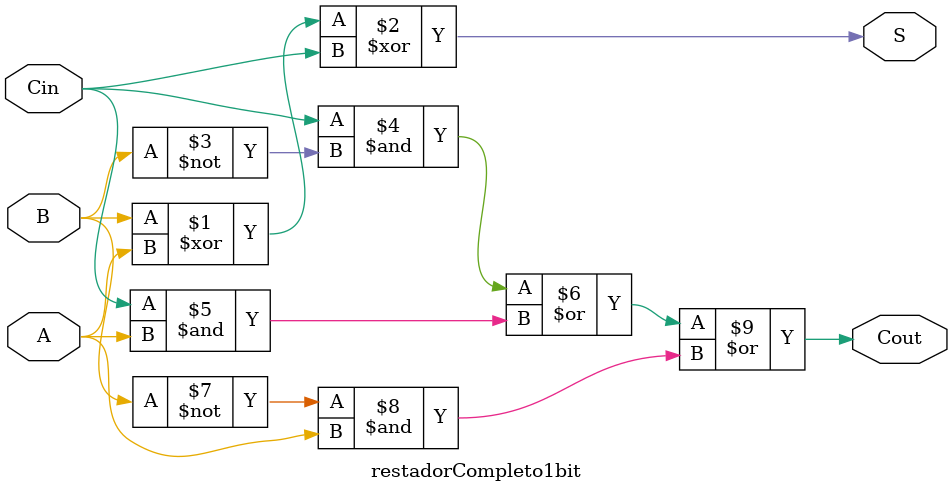
<source format=sv>


module restadorCompleto1bit (
    input  logic A,    // Sustraendo
    input  logic B,    // Minuendo
    input  logic Cin,  // Acarreo/Préstamo de entrada
    output logic S,    // Diferencia
    output logic Cout  // Acarreo/Préstamo de salida
);

    // Salida S: (B xor A) xor Cin
    assign S = (B ^ A) ^ Cin;

    // Salida Cout: (Cin and not(B)) or (Cin and A) or (not(B) and A)
    assign Cout = (Cin & ~B) | (Cin & A) | (~B & A);

endmodule
</source>
